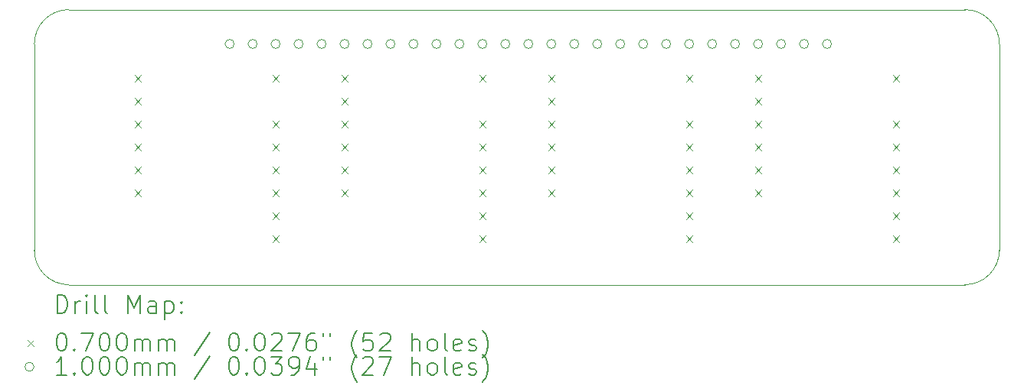
<source format=gbr>
%FSLAX45Y45*%
G04 Gerber Fmt 4.5, Leading zero omitted, Abs format (unit mm)*
G04 Created by KiCad (PCBNEW (6.0.0)) date 2022-03-13 21:01:22*
%MOMM*%
%LPD*%
G01*
G04 APERTURE LIST*
%TA.AperFunction,Profile*%
%ADD10C,0.100000*%
%TD*%
%ADD11C,0.200000*%
%ADD12C,0.070000*%
%ADD13C,0.100000*%
G04 APERTURE END LIST*
D10*
X8509000Y-4699000D02*
G75*
G03*
X8890000Y-5080000I381000J0D01*
G01*
X18796000Y-5080000D02*
X8890000Y-5080000D01*
X8890000Y-2032000D02*
X18796000Y-2032000D01*
X8890000Y-2032000D02*
G75*
G03*
X8509000Y-2413000I0J-381000D01*
G01*
X18796000Y-5080000D02*
G75*
G03*
X19177000Y-4699000I0J381000D01*
G01*
X19177000Y-2413000D02*
G75*
G03*
X18796000Y-2032000I-381000J0D01*
G01*
X19177000Y-2413000D02*
X19177000Y-4699000D01*
X8509000Y-4699000D02*
X8509000Y-2413000D01*
D11*
D12*
X9617000Y-2759000D02*
X9687000Y-2829000D01*
X9687000Y-2759000D02*
X9617000Y-2829000D01*
X9617000Y-3013000D02*
X9687000Y-3083000D01*
X9687000Y-3013000D02*
X9617000Y-3083000D01*
X9617000Y-3267000D02*
X9687000Y-3337000D01*
X9687000Y-3267000D02*
X9617000Y-3337000D01*
X9617000Y-3521000D02*
X9687000Y-3591000D01*
X9687000Y-3521000D02*
X9617000Y-3591000D01*
X9617000Y-3775000D02*
X9687000Y-3845000D01*
X9687000Y-3775000D02*
X9617000Y-3845000D01*
X9617000Y-4029000D02*
X9687000Y-4099000D01*
X9687000Y-4029000D02*
X9617000Y-4099000D01*
X11141000Y-2759000D02*
X11211000Y-2829000D01*
X11211000Y-2759000D02*
X11141000Y-2829000D01*
X11141000Y-3267000D02*
X11211000Y-3337000D01*
X11211000Y-3267000D02*
X11141000Y-3337000D01*
X11141000Y-3521000D02*
X11211000Y-3591000D01*
X11211000Y-3521000D02*
X11141000Y-3591000D01*
X11141000Y-3775000D02*
X11211000Y-3845000D01*
X11211000Y-3775000D02*
X11141000Y-3845000D01*
X11141000Y-4029000D02*
X11211000Y-4099000D01*
X11211000Y-4029000D02*
X11141000Y-4099000D01*
X11141000Y-4283000D02*
X11211000Y-4353000D01*
X11211000Y-4283000D02*
X11141000Y-4353000D01*
X11141000Y-4537000D02*
X11211000Y-4607000D01*
X11211000Y-4537000D02*
X11141000Y-4607000D01*
X11903000Y-2759000D02*
X11973000Y-2829000D01*
X11973000Y-2759000D02*
X11903000Y-2829000D01*
X11903000Y-3013000D02*
X11973000Y-3083000D01*
X11973000Y-3013000D02*
X11903000Y-3083000D01*
X11903000Y-3267000D02*
X11973000Y-3337000D01*
X11973000Y-3267000D02*
X11903000Y-3337000D01*
X11903000Y-3521000D02*
X11973000Y-3591000D01*
X11973000Y-3521000D02*
X11903000Y-3591000D01*
X11903000Y-3775000D02*
X11973000Y-3845000D01*
X11973000Y-3775000D02*
X11903000Y-3845000D01*
X11903000Y-4029000D02*
X11973000Y-4099000D01*
X11973000Y-4029000D02*
X11903000Y-4099000D01*
X13427000Y-2759000D02*
X13497000Y-2829000D01*
X13497000Y-2759000D02*
X13427000Y-2829000D01*
X13427000Y-3267000D02*
X13497000Y-3337000D01*
X13497000Y-3267000D02*
X13427000Y-3337000D01*
X13427000Y-3521000D02*
X13497000Y-3591000D01*
X13497000Y-3521000D02*
X13427000Y-3591000D01*
X13427000Y-3775000D02*
X13497000Y-3845000D01*
X13497000Y-3775000D02*
X13427000Y-3845000D01*
X13427000Y-4029000D02*
X13497000Y-4099000D01*
X13497000Y-4029000D02*
X13427000Y-4099000D01*
X13427000Y-4283000D02*
X13497000Y-4353000D01*
X13497000Y-4283000D02*
X13427000Y-4353000D01*
X13427000Y-4537000D02*
X13497000Y-4607000D01*
X13497000Y-4537000D02*
X13427000Y-4607000D01*
X14189000Y-2759000D02*
X14259000Y-2829000D01*
X14259000Y-2759000D02*
X14189000Y-2829000D01*
X14189000Y-3013000D02*
X14259000Y-3083000D01*
X14259000Y-3013000D02*
X14189000Y-3083000D01*
X14189000Y-3267000D02*
X14259000Y-3337000D01*
X14259000Y-3267000D02*
X14189000Y-3337000D01*
X14189000Y-3521000D02*
X14259000Y-3591000D01*
X14259000Y-3521000D02*
X14189000Y-3591000D01*
X14189000Y-3775000D02*
X14259000Y-3845000D01*
X14259000Y-3775000D02*
X14189000Y-3845000D01*
X14189000Y-4029000D02*
X14259000Y-4099000D01*
X14259000Y-4029000D02*
X14189000Y-4099000D01*
X15713000Y-2759000D02*
X15783000Y-2829000D01*
X15783000Y-2759000D02*
X15713000Y-2829000D01*
X15713000Y-3267000D02*
X15783000Y-3337000D01*
X15783000Y-3267000D02*
X15713000Y-3337000D01*
X15713000Y-3521000D02*
X15783000Y-3591000D01*
X15783000Y-3521000D02*
X15713000Y-3591000D01*
X15713000Y-3775000D02*
X15783000Y-3845000D01*
X15783000Y-3775000D02*
X15713000Y-3845000D01*
X15713000Y-4029000D02*
X15783000Y-4099000D01*
X15783000Y-4029000D02*
X15713000Y-4099000D01*
X15713000Y-4283000D02*
X15783000Y-4353000D01*
X15783000Y-4283000D02*
X15713000Y-4353000D01*
X15713000Y-4537000D02*
X15783000Y-4607000D01*
X15783000Y-4537000D02*
X15713000Y-4607000D01*
X16475000Y-2759000D02*
X16545000Y-2829000D01*
X16545000Y-2759000D02*
X16475000Y-2829000D01*
X16475000Y-3013000D02*
X16545000Y-3083000D01*
X16545000Y-3013000D02*
X16475000Y-3083000D01*
X16475000Y-3267000D02*
X16545000Y-3337000D01*
X16545000Y-3267000D02*
X16475000Y-3337000D01*
X16475000Y-3521000D02*
X16545000Y-3591000D01*
X16545000Y-3521000D02*
X16475000Y-3591000D01*
X16475000Y-3775000D02*
X16545000Y-3845000D01*
X16545000Y-3775000D02*
X16475000Y-3845000D01*
X16475000Y-4029000D02*
X16545000Y-4099000D01*
X16545000Y-4029000D02*
X16475000Y-4099000D01*
X17999000Y-2759000D02*
X18069000Y-2829000D01*
X18069000Y-2759000D02*
X17999000Y-2829000D01*
X17999000Y-3267000D02*
X18069000Y-3337000D01*
X18069000Y-3267000D02*
X17999000Y-3337000D01*
X17999000Y-3521000D02*
X18069000Y-3591000D01*
X18069000Y-3521000D02*
X17999000Y-3591000D01*
X17999000Y-3775000D02*
X18069000Y-3845000D01*
X18069000Y-3775000D02*
X17999000Y-3845000D01*
X17999000Y-4029000D02*
X18069000Y-4099000D01*
X18069000Y-4029000D02*
X17999000Y-4099000D01*
X17999000Y-4283000D02*
X18069000Y-4353000D01*
X18069000Y-4283000D02*
X17999000Y-4353000D01*
X17999000Y-4537000D02*
X18069000Y-4607000D01*
X18069000Y-4537000D02*
X17999000Y-4607000D01*
D13*
X10718000Y-2413000D02*
G75*
G03*
X10718000Y-2413000I-50000J0D01*
G01*
X10972000Y-2413000D02*
G75*
G03*
X10972000Y-2413000I-50000J0D01*
G01*
X11226000Y-2413000D02*
G75*
G03*
X11226000Y-2413000I-50000J0D01*
G01*
X11480000Y-2413000D02*
G75*
G03*
X11480000Y-2413000I-50000J0D01*
G01*
X11734000Y-2413000D02*
G75*
G03*
X11734000Y-2413000I-50000J0D01*
G01*
X11988000Y-2413000D02*
G75*
G03*
X11988000Y-2413000I-50000J0D01*
G01*
X12242000Y-2413000D02*
G75*
G03*
X12242000Y-2413000I-50000J0D01*
G01*
X12496000Y-2413000D02*
G75*
G03*
X12496000Y-2413000I-50000J0D01*
G01*
X12750000Y-2413000D02*
G75*
G03*
X12750000Y-2413000I-50000J0D01*
G01*
X13004000Y-2413000D02*
G75*
G03*
X13004000Y-2413000I-50000J0D01*
G01*
X13258000Y-2413000D02*
G75*
G03*
X13258000Y-2413000I-50000J0D01*
G01*
X13512000Y-2413000D02*
G75*
G03*
X13512000Y-2413000I-50000J0D01*
G01*
X13766000Y-2413000D02*
G75*
G03*
X13766000Y-2413000I-50000J0D01*
G01*
X14020000Y-2413000D02*
G75*
G03*
X14020000Y-2413000I-50000J0D01*
G01*
X14274000Y-2413000D02*
G75*
G03*
X14274000Y-2413000I-50000J0D01*
G01*
X14528000Y-2413000D02*
G75*
G03*
X14528000Y-2413000I-50000J0D01*
G01*
X14782000Y-2413000D02*
G75*
G03*
X14782000Y-2413000I-50000J0D01*
G01*
X15036000Y-2413000D02*
G75*
G03*
X15036000Y-2413000I-50000J0D01*
G01*
X15290000Y-2413000D02*
G75*
G03*
X15290000Y-2413000I-50000J0D01*
G01*
X15544000Y-2413000D02*
G75*
G03*
X15544000Y-2413000I-50000J0D01*
G01*
X15798000Y-2413000D02*
G75*
G03*
X15798000Y-2413000I-50000J0D01*
G01*
X16052000Y-2413000D02*
G75*
G03*
X16052000Y-2413000I-50000J0D01*
G01*
X16306000Y-2413000D02*
G75*
G03*
X16306000Y-2413000I-50000J0D01*
G01*
X16560000Y-2413000D02*
G75*
G03*
X16560000Y-2413000I-50000J0D01*
G01*
X16814000Y-2413000D02*
G75*
G03*
X16814000Y-2413000I-50000J0D01*
G01*
X17068000Y-2413000D02*
G75*
G03*
X17068000Y-2413000I-50000J0D01*
G01*
X17322000Y-2413000D02*
G75*
G03*
X17322000Y-2413000I-50000J0D01*
G01*
D11*
X8761619Y-5395476D02*
X8761619Y-5195476D01*
X8809238Y-5195476D01*
X8837810Y-5205000D01*
X8856857Y-5224048D01*
X8866381Y-5243095D01*
X8875905Y-5281190D01*
X8875905Y-5309762D01*
X8866381Y-5347857D01*
X8856857Y-5366905D01*
X8837810Y-5385952D01*
X8809238Y-5395476D01*
X8761619Y-5395476D01*
X8961619Y-5395476D02*
X8961619Y-5262143D01*
X8961619Y-5300238D02*
X8971143Y-5281190D01*
X8980667Y-5271667D01*
X8999714Y-5262143D01*
X9018762Y-5262143D01*
X9085429Y-5395476D02*
X9085429Y-5262143D01*
X9085429Y-5195476D02*
X9075905Y-5205000D01*
X9085429Y-5214524D01*
X9094952Y-5205000D01*
X9085429Y-5195476D01*
X9085429Y-5214524D01*
X9209238Y-5395476D02*
X9190190Y-5385952D01*
X9180667Y-5366905D01*
X9180667Y-5195476D01*
X9314000Y-5395476D02*
X9294952Y-5385952D01*
X9285429Y-5366905D01*
X9285429Y-5195476D01*
X9542571Y-5395476D02*
X9542571Y-5195476D01*
X9609238Y-5338333D01*
X9675905Y-5195476D01*
X9675905Y-5395476D01*
X9856857Y-5395476D02*
X9856857Y-5290714D01*
X9847333Y-5271667D01*
X9828286Y-5262143D01*
X9790190Y-5262143D01*
X9771143Y-5271667D01*
X9856857Y-5385952D02*
X9837810Y-5395476D01*
X9790190Y-5395476D01*
X9771143Y-5385952D01*
X9761619Y-5366905D01*
X9761619Y-5347857D01*
X9771143Y-5328810D01*
X9790190Y-5319286D01*
X9837810Y-5319286D01*
X9856857Y-5309762D01*
X9952095Y-5262143D02*
X9952095Y-5462143D01*
X9952095Y-5271667D02*
X9971143Y-5262143D01*
X10009238Y-5262143D01*
X10028286Y-5271667D01*
X10037810Y-5281190D01*
X10047333Y-5300238D01*
X10047333Y-5357381D01*
X10037810Y-5376429D01*
X10028286Y-5385952D01*
X10009238Y-5395476D01*
X9971143Y-5395476D01*
X9952095Y-5385952D01*
X10133048Y-5376429D02*
X10142571Y-5385952D01*
X10133048Y-5395476D01*
X10123524Y-5385952D01*
X10133048Y-5376429D01*
X10133048Y-5395476D01*
X10133048Y-5271667D02*
X10142571Y-5281190D01*
X10133048Y-5290714D01*
X10123524Y-5281190D01*
X10133048Y-5271667D01*
X10133048Y-5290714D01*
D12*
X8434000Y-5690000D02*
X8504000Y-5760000D01*
X8504000Y-5690000D02*
X8434000Y-5760000D01*
D11*
X8799714Y-5615476D02*
X8818762Y-5615476D01*
X8837810Y-5625000D01*
X8847333Y-5634524D01*
X8856857Y-5653571D01*
X8866381Y-5691667D01*
X8866381Y-5739286D01*
X8856857Y-5777381D01*
X8847333Y-5796428D01*
X8837810Y-5805952D01*
X8818762Y-5815476D01*
X8799714Y-5815476D01*
X8780667Y-5805952D01*
X8771143Y-5796428D01*
X8761619Y-5777381D01*
X8752095Y-5739286D01*
X8752095Y-5691667D01*
X8761619Y-5653571D01*
X8771143Y-5634524D01*
X8780667Y-5625000D01*
X8799714Y-5615476D01*
X8952095Y-5796428D02*
X8961619Y-5805952D01*
X8952095Y-5815476D01*
X8942571Y-5805952D01*
X8952095Y-5796428D01*
X8952095Y-5815476D01*
X9028286Y-5615476D02*
X9161619Y-5615476D01*
X9075905Y-5815476D01*
X9275905Y-5615476D02*
X9294952Y-5615476D01*
X9314000Y-5625000D01*
X9323524Y-5634524D01*
X9333048Y-5653571D01*
X9342571Y-5691667D01*
X9342571Y-5739286D01*
X9333048Y-5777381D01*
X9323524Y-5796428D01*
X9314000Y-5805952D01*
X9294952Y-5815476D01*
X9275905Y-5815476D01*
X9256857Y-5805952D01*
X9247333Y-5796428D01*
X9237810Y-5777381D01*
X9228286Y-5739286D01*
X9228286Y-5691667D01*
X9237810Y-5653571D01*
X9247333Y-5634524D01*
X9256857Y-5625000D01*
X9275905Y-5615476D01*
X9466381Y-5615476D02*
X9485429Y-5615476D01*
X9504476Y-5625000D01*
X9514000Y-5634524D01*
X9523524Y-5653571D01*
X9533048Y-5691667D01*
X9533048Y-5739286D01*
X9523524Y-5777381D01*
X9514000Y-5796428D01*
X9504476Y-5805952D01*
X9485429Y-5815476D01*
X9466381Y-5815476D01*
X9447333Y-5805952D01*
X9437810Y-5796428D01*
X9428286Y-5777381D01*
X9418762Y-5739286D01*
X9418762Y-5691667D01*
X9428286Y-5653571D01*
X9437810Y-5634524D01*
X9447333Y-5625000D01*
X9466381Y-5615476D01*
X9618762Y-5815476D02*
X9618762Y-5682143D01*
X9618762Y-5701190D02*
X9628286Y-5691667D01*
X9647333Y-5682143D01*
X9675905Y-5682143D01*
X9694952Y-5691667D01*
X9704476Y-5710714D01*
X9704476Y-5815476D01*
X9704476Y-5710714D02*
X9714000Y-5691667D01*
X9733048Y-5682143D01*
X9761619Y-5682143D01*
X9780667Y-5691667D01*
X9790190Y-5710714D01*
X9790190Y-5815476D01*
X9885429Y-5815476D02*
X9885429Y-5682143D01*
X9885429Y-5701190D02*
X9894952Y-5691667D01*
X9914000Y-5682143D01*
X9942571Y-5682143D01*
X9961619Y-5691667D01*
X9971143Y-5710714D01*
X9971143Y-5815476D01*
X9971143Y-5710714D02*
X9980667Y-5691667D01*
X9999714Y-5682143D01*
X10028286Y-5682143D01*
X10047333Y-5691667D01*
X10056857Y-5710714D01*
X10056857Y-5815476D01*
X10447333Y-5605952D02*
X10275905Y-5863095D01*
X10704476Y-5615476D02*
X10723524Y-5615476D01*
X10742571Y-5625000D01*
X10752095Y-5634524D01*
X10761619Y-5653571D01*
X10771143Y-5691667D01*
X10771143Y-5739286D01*
X10761619Y-5777381D01*
X10752095Y-5796428D01*
X10742571Y-5805952D01*
X10723524Y-5815476D01*
X10704476Y-5815476D01*
X10685429Y-5805952D01*
X10675905Y-5796428D01*
X10666381Y-5777381D01*
X10656857Y-5739286D01*
X10656857Y-5691667D01*
X10666381Y-5653571D01*
X10675905Y-5634524D01*
X10685429Y-5625000D01*
X10704476Y-5615476D01*
X10856857Y-5796428D02*
X10866381Y-5805952D01*
X10856857Y-5815476D01*
X10847333Y-5805952D01*
X10856857Y-5796428D01*
X10856857Y-5815476D01*
X10990190Y-5615476D02*
X11009238Y-5615476D01*
X11028286Y-5625000D01*
X11037810Y-5634524D01*
X11047333Y-5653571D01*
X11056857Y-5691667D01*
X11056857Y-5739286D01*
X11047333Y-5777381D01*
X11037810Y-5796428D01*
X11028286Y-5805952D01*
X11009238Y-5815476D01*
X10990190Y-5815476D01*
X10971143Y-5805952D01*
X10961619Y-5796428D01*
X10952095Y-5777381D01*
X10942571Y-5739286D01*
X10942571Y-5691667D01*
X10952095Y-5653571D01*
X10961619Y-5634524D01*
X10971143Y-5625000D01*
X10990190Y-5615476D01*
X11133048Y-5634524D02*
X11142571Y-5625000D01*
X11161619Y-5615476D01*
X11209238Y-5615476D01*
X11228286Y-5625000D01*
X11237809Y-5634524D01*
X11247333Y-5653571D01*
X11247333Y-5672619D01*
X11237809Y-5701190D01*
X11123524Y-5815476D01*
X11247333Y-5815476D01*
X11314000Y-5615476D02*
X11447333Y-5615476D01*
X11361619Y-5815476D01*
X11609238Y-5615476D02*
X11571143Y-5615476D01*
X11552095Y-5625000D01*
X11542571Y-5634524D01*
X11523524Y-5663095D01*
X11514000Y-5701190D01*
X11514000Y-5777381D01*
X11523524Y-5796428D01*
X11533048Y-5805952D01*
X11552095Y-5815476D01*
X11590190Y-5815476D01*
X11609238Y-5805952D01*
X11618762Y-5796428D01*
X11628286Y-5777381D01*
X11628286Y-5729762D01*
X11618762Y-5710714D01*
X11609238Y-5701190D01*
X11590190Y-5691667D01*
X11552095Y-5691667D01*
X11533048Y-5701190D01*
X11523524Y-5710714D01*
X11514000Y-5729762D01*
X11704476Y-5615476D02*
X11704476Y-5653571D01*
X11780667Y-5615476D02*
X11780667Y-5653571D01*
X12075905Y-5891667D02*
X12066381Y-5882143D01*
X12047333Y-5853571D01*
X12037809Y-5834524D01*
X12028286Y-5805952D01*
X12018762Y-5758333D01*
X12018762Y-5720238D01*
X12028286Y-5672619D01*
X12037809Y-5644048D01*
X12047333Y-5625000D01*
X12066381Y-5596428D01*
X12075905Y-5586905D01*
X12247333Y-5615476D02*
X12152095Y-5615476D01*
X12142571Y-5710714D01*
X12152095Y-5701190D01*
X12171143Y-5691667D01*
X12218762Y-5691667D01*
X12237809Y-5701190D01*
X12247333Y-5710714D01*
X12256857Y-5729762D01*
X12256857Y-5777381D01*
X12247333Y-5796428D01*
X12237809Y-5805952D01*
X12218762Y-5815476D01*
X12171143Y-5815476D01*
X12152095Y-5805952D01*
X12142571Y-5796428D01*
X12333048Y-5634524D02*
X12342571Y-5625000D01*
X12361619Y-5615476D01*
X12409238Y-5615476D01*
X12428286Y-5625000D01*
X12437809Y-5634524D01*
X12447333Y-5653571D01*
X12447333Y-5672619D01*
X12437809Y-5701190D01*
X12323524Y-5815476D01*
X12447333Y-5815476D01*
X12685428Y-5815476D02*
X12685428Y-5615476D01*
X12771143Y-5815476D02*
X12771143Y-5710714D01*
X12761619Y-5691667D01*
X12742571Y-5682143D01*
X12714000Y-5682143D01*
X12694952Y-5691667D01*
X12685428Y-5701190D01*
X12894952Y-5815476D02*
X12875905Y-5805952D01*
X12866381Y-5796428D01*
X12856857Y-5777381D01*
X12856857Y-5720238D01*
X12866381Y-5701190D01*
X12875905Y-5691667D01*
X12894952Y-5682143D01*
X12923524Y-5682143D01*
X12942571Y-5691667D01*
X12952095Y-5701190D01*
X12961619Y-5720238D01*
X12961619Y-5777381D01*
X12952095Y-5796428D01*
X12942571Y-5805952D01*
X12923524Y-5815476D01*
X12894952Y-5815476D01*
X13075905Y-5815476D02*
X13056857Y-5805952D01*
X13047333Y-5786905D01*
X13047333Y-5615476D01*
X13228286Y-5805952D02*
X13209238Y-5815476D01*
X13171143Y-5815476D01*
X13152095Y-5805952D01*
X13142571Y-5786905D01*
X13142571Y-5710714D01*
X13152095Y-5691667D01*
X13171143Y-5682143D01*
X13209238Y-5682143D01*
X13228286Y-5691667D01*
X13237809Y-5710714D01*
X13237809Y-5729762D01*
X13142571Y-5748809D01*
X13314000Y-5805952D02*
X13333048Y-5815476D01*
X13371143Y-5815476D01*
X13390190Y-5805952D01*
X13399714Y-5786905D01*
X13399714Y-5777381D01*
X13390190Y-5758333D01*
X13371143Y-5748809D01*
X13342571Y-5748809D01*
X13323524Y-5739286D01*
X13314000Y-5720238D01*
X13314000Y-5710714D01*
X13323524Y-5691667D01*
X13342571Y-5682143D01*
X13371143Y-5682143D01*
X13390190Y-5691667D01*
X13466381Y-5891667D02*
X13475905Y-5882143D01*
X13494952Y-5853571D01*
X13504476Y-5834524D01*
X13514000Y-5805952D01*
X13523524Y-5758333D01*
X13523524Y-5720238D01*
X13514000Y-5672619D01*
X13504476Y-5644048D01*
X13494952Y-5625000D01*
X13475905Y-5596428D01*
X13466381Y-5586905D01*
D13*
X8504000Y-5989000D02*
G75*
G03*
X8504000Y-5989000I-50000J0D01*
G01*
D11*
X8866381Y-6079476D02*
X8752095Y-6079476D01*
X8809238Y-6079476D02*
X8809238Y-5879476D01*
X8790190Y-5908048D01*
X8771143Y-5927095D01*
X8752095Y-5936619D01*
X8952095Y-6060428D02*
X8961619Y-6069952D01*
X8952095Y-6079476D01*
X8942571Y-6069952D01*
X8952095Y-6060428D01*
X8952095Y-6079476D01*
X9085429Y-5879476D02*
X9104476Y-5879476D01*
X9123524Y-5889000D01*
X9133048Y-5898524D01*
X9142571Y-5917571D01*
X9152095Y-5955667D01*
X9152095Y-6003286D01*
X9142571Y-6041381D01*
X9133048Y-6060428D01*
X9123524Y-6069952D01*
X9104476Y-6079476D01*
X9085429Y-6079476D01*
X9066381Y-6069952D01*
X9056857Y-6060428D01*
X9047333Y-6041381D01*
X9037810Y-6003286D01*
X9037810Y-5955667D01*
X9047333Y-5917571D01*
X9056857Y-5898524D01*
X9066381Y-5889000D01*
X9085429Y-5879476D01*
X9275905Y-5879476D02*
X9294952Y-5879476D01*
X9314000Y-5889000D01*
X9323524Y-5898524D01*
X9333048Y-5917571D01*
X9342571Y-5955667D01*
X9342571Y-6003286D01*
X9333048Y-6041381D01*
X9323524Y-6060428D01*
X9314000Y-6069952D01*
X9294952Y-6079476D01*
X9275905Y-6079476D01*
X9256857Y-6069952D01*
X9247333Y-6060428D01*
X9237810Y-6041381D01*
X9228286Y-6003286D01*
X9228286Y-5955667D01*
X9237810Y-5917571D01*
X9247333Y-5898524D01*
X9256857Y-5889000D01*
X9275905Y-5879476D01*
X9466381Y-5879476D02*
X9485429Y-5879476D01*
X9504476Y-5889000D01*
X9514000Y-5898524D01*
X9523524Y-5917571D01*
X9533048Y-5955667D01*
X9533048Y-6003286D01*
X9523524Y-6041381D01*
X9514000Y-6060428D01*
X9504476Y-6069952D01*
X9485429Y-6079476D01*
X9466381Y-6079476D01*
X9447333Y-6069952D01*
X9437810Y-6060428D01*
X9428286Y-6041381D01*
X9418762Y-6003286D01*
X9418762Y-5955667D01*
X9428286Y-5917571D01*
X9437810Y-5898524D01*
X9447333Y-5889000D01*
X9466381Y-5879476D01*
X9618762Y-6079476D02*
X9618762Y-5946143D01*
X9618762Y-5965190D02*
X9628286Y-5955667D01*
X9647333Y-5946143D01*
X9675905Y-5946143D01*
X9694952Y-5955667D01*
X9704476Y-5974714D01*
X9704476Y-6079476D01*
X9704476Y-5974714D02*
X9714000Y-5955667D01*
X9733048Y-5946143D01*
X9761619Y-5946143D01*
X9780667Y-5955667D01*
X9790190Y-5974714D01*
X9790190Y-6079476D01*
X9885429Y-6079476D02*
X9885429Y-5946143D01*
X9885429Y-5965190D02*
X9894952Y-5955667D01*
X9914000Y-5946143D01*
X9942571Y-5946143D01*
X9961619Y-5955667D01*
X9971143Y-5974714D01*
X9971143Y-6079476D01*
X9971143Y-5974714D02*
X9980667Y-5955667D01*
X9999714Y-5946143D01*
X10028286Y-5946143D01*
X10047333Y-5955667D01*
X10056857Y-5974714D01*
X10056857Y-6079476D01*
X10447333Y-5869952D02*
X10275905Y-6127095D01*
X10704476Y-5879476D02*
X10723524Y-5879476D01*
X10742571Y-5889000D01*
X10752095Y-5898524D01*
X10761619Y-5917571D01*
X10771143Y-5955667D01*
X10771143Y-6003286D01*
X10761619Y-6041381D01*
X10752095Y-6060428D01*
X10742571Y-6069952D01*
X10723524Y-6079476D01*
X10704476Y-6079476D01*
X10685429Y-6069952D01*
X10675905Y-6060428D01*
X10666381Y-6041381D01*
X10656857Y-6003286D01*
X10656857Y-5955667D01*
X10666381Y-5917571D01*
X10675905Y-5898524D01*
X10685429Y-5889000D01*
X10704476Y-5879476D01*
X10856857Y-6060428D02*
X10866381Y-6069952D01*
X10856857Y-6079476D01*
X10847333Y-6069952D01*
X10856857Y-6060428D01*
X10856857Y-6079476D01*
X10990190Y-5879476D02*
X11009238Y-5879476D01*
X11028286Y-5889000D01*
X11037810Y-5898524D01*
X11047333Y-5917571D01*
X11056857Y-5955667D01*
X11056857Y-6003286D01*
X11047333Y-6041381D01*
X11037810Y-6060428D01*
X11028286Y-6069952D01*
X11009238Y-6079476D01*
X10990190Y-6079476D01*
X10971143Y-6069952D01*
X10961619Y-6060428D01*
X10952095Y-6041381D01*
X10942571Y-6003286D01*
X10942571Y-5955667D01*
X10952095Y-5917571D01*
X10961619Y-5898524D01*
X10971143Y-5889000D01*
X10990190Y-5879476D01*
X11123524Y-5879476D02*
X11247333Y-5879476D01*
X11180667Y-5955667D01*
X11209238Y-5955667D01*
X11228286Y-5965190D01*
X11237809Y-5974714D01*
X11247333Y-5993762D01*
X11247333Y-6041381D01*
X11237809Y-6060428D01*
X11228286Y-6069952D01*
X11209238Y-6079476D01*
X11152095Y-6079476D01*
X11133048Y-6069952D01*
X11123524Y-6060428D01*
X11342571Y-6079476D02*
X11380667Y-6079476D01*
X11399714Y-6069952D01*
X11409238Y-6060428D01*
X11428286Y-6031857D01*
X11437809Y-5993762D01*
X11437809Y-5917571D01*
X11428286Y-5898524D01*
X11418762Y-5889000D01*
X11399714Y-5879476D01*
X11361619Y-5879476D01*
X11342571Y-5889000D01*
X11333048Y-5898524D01*
X11323524Y-5917571D01*
X11323524Y-5965190D01*
X11333048Y-5984238D01*
X11342571Y-5993762D01*
X11361619Y-6003286D01*
X11399714Y-6003286D01*
X11418762Y-5993762D01*
X11428286Y-5984238D01*
X11437809Y-5965190D01*
X11609238Y-5946143D02*
X11609238Y-6079476D01*
X11561619Y-5869952D02*
X11514000Y-6012809D01*
X11637809Y-6012809D01*
X11704476Y-5879476D02*
X11704476Y-5917571D01*
X11780667Y-5879476D02*
X11780667Y-5917571D01*
X12075905Y-6155667D02*
X12066381Y-6146143D01*
X12047333Y-6117571D01*
X12037809Y-6098524D01*
X12028286Y-6069952D01*
X12018762Y-6022333D01*
X12018762Y-5984238D01*
X12028286Y-5936619D01*
X12037809Y-5908048D01*
X12047333Y-5889000D01*
X12066381Y-5860428D01*
X12075905Y-5850905D01*
X12142571Y-5898524D02*
X12152095Y-5889000D01*
X12171143Y-5879476D01*
X12218762Y-5879476D01*
X12237809Y-5889000D01*
X12247333Y-5898524D01*
X12256857Y-5917571D01*
X12256857Y-5936619D01*
X12247333Y-5965190D01*
X12133048Y-6079476D01*
X12256857Y-6079476D01*
X12323524Y-5879476D02*
X12456857Y-5879476D01*
X12371143Y-6079476D01*
X12685428Y-6079476D02*
X12685428Y-5879476D01*
X12771143Y-6079476D02*
X12771143Y-5974714D01*
X12761619Y-5955667D01*
X12742571Y-5946143D01*
X12714000Y-5946143D01*
X12694952Y-5955667D01*
X12685428Y-5965190D01*
X12894952Y-6079476D02*
X12875905Y-6069952D01*
X12866381Y-6060428D01*
X12856857Y-6041381D01*
X12856857Y-5984238D01*
X12866381Y-5965190D01*
X12875905Y-5955667D01*
X12894952Y-5946143D01*
X12923524Y-5946143D01*
X12942571Y-5955667D01*
X12952095Y-5965190D01*
X12961619Y-5984238D01*
X12961619Y-6041381D01*
X12952095Y-6060428D01*
X12942571Y-6069952D01*
X12923524Y-6079476D01*
X12894952Y-6079476D01*
X13075905Y-6079476D02*
X13056857Y-6069952D01*
X13047333Y-6050905D01*
X13047333Y-5879476D01*
X13228286Y-6069952D02*
X13209238Y-6079476D01*
X13171143Y-6079476D01*
X13152095Y-6069952D01*
X13142571Y-6050905D01*
X13142571Y-5974714D01*
X13152095Y-5955667D01*
X13171143Y-5946143D01*
X13209238Y-5946143D01*
X13228286Y-5955667D01*
X13237809Y-5974714D01*
X13237809Y-5993762D01*
X13142571Y-6012809D01*
X13314000Y-6069952D02*
X13333048Y-6079476D01*
X13371143Y-6079476D01*
X13390190Y-6069952D01*
X13399714Y-6050905D01*
X13399714Y-6041381D01*
X13390190Y-6022333D01*
X13371143Y-6012809D01*
X13342571Y-6012809D01*
X13323524Y-6003286D01*
X13314000Y-5984238D01*
X13314000Y-5974714D01*
X13323524Y-5955667D01*
X13342571Y-5946143D01*
X13371143Y-5946143D01*
X13390190Y-5955667D01*
X13466381Y-6155667D02*
X13475905Y-6146143D01*
X13494952Y-6117571D01*
X13504476Y-6098524D01*
X13514000Y-6069952D01*
X13523524Y-6022333D01*
X13523524Y-5984238D01*
X13514000Y-5936619D01*
X13504476Y-5908048D01*
X13494952Y-5889000D01*
X13475905Y-5860428D01*
X13466381Y-5850905D01*
M02*

</source>
